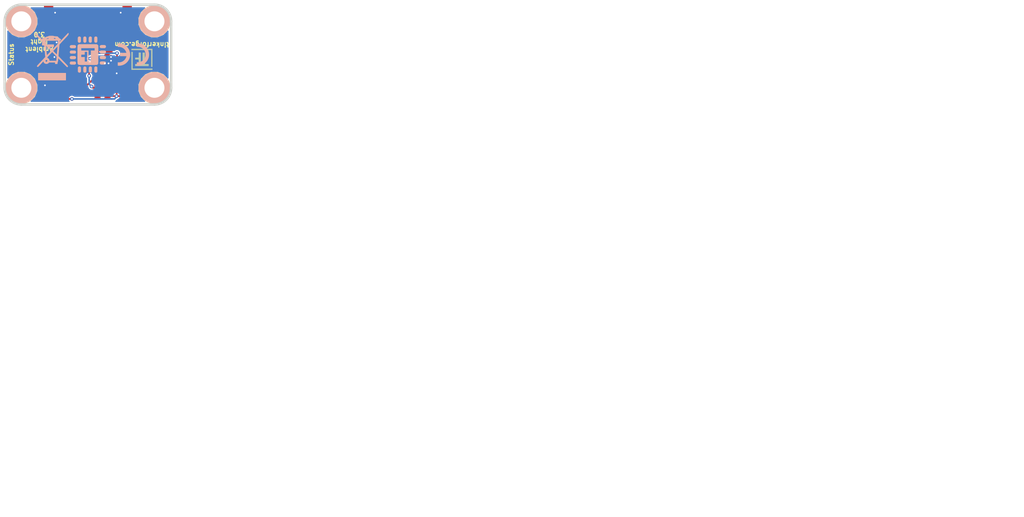
<source format=kicad_pcb>
(kicad_pcb (version 20171130) (host pcbnew 5.0.1-33cea8e~68~ubuntu18.04.1)
  (title_block (title "Ambient Light Bricklet") (date "Do 02 Apr 2015") (rev 2.0) (company Tinkerforge) (comment 1 "Licensed under CERN OHL v.1.1") (comment 2 "Copyright (©) 2015, B.Nordmeyer <bastian@tinkerforge.com>"))
  (layers (0 F.Cu signal) (31 B.Cu signal hide) (34 B.Paste user) (35 F.Paste user) (36 B.SilkS user) (37 F.SilkS user) (38 B.Mask user) (39 F.Mask user) (44 Edge.Cuts user))
  (net 0 "")
  (net 1 GND)
  (net 2 VCC)
  (net 3 SCL)
  (net 4 SDA)
  (net 5 "Net-(P1-Pad6)")
  (net 6 "Net-(P1-Pad1)")
  (net 7 "Net-(C1-Pad1)")
  (net 8 "Net-(D1-Pad2)")
  (net 9 "Net-(P1-Pad4)")
  (net 10 "Net-(P1-Pad5)")
  (net 11 "Net-(P2-Pad1)")
  (net 12 "Net-(P3-Pad2)")
  (net 13 "Net-(R3-Pad1)")
  (net 14 S-MISO)
  (net 15 S-MOSI)
  (net 16 S-CLK)
  (net 17 S-CS)
  (net 18 "Net-(U1-Pad2)")
  (net 19 "Net-(U1-Pad3)")
  (net 20 "Net-(U1-Pad5)")
  (net 21 "Net-(U1-Pad6)")
  (net 22 "Net-(U1-Pad8)")
  (net 23 "Net-(U1-Pad11)")
  (net 24 "Net-(U1-Pad12)")
  (net 25 "Net-(U1-Pad13)")
  (net 26 "Net-(U1-Pad14)")
  (net 27 "Net-(U1-Pad16)")
  (net 28 "Net-(U1-Pad18)")
  (net 29 "Net-(U1-Pad20)")
  (net 30 "Net-(U1-Pad21)")
  (module kicad-libraries:Fiducial_Mark (layer F.Cu) (at 138.9 88)
    (fp_text reference Fiducial_Mark hide)
    (fp_text value VAL** hide)
    (pad 1 smd circle (at 0 0) (size 1.00076 1.00076) (layers F.Cu F.Paste F.Mask) (clearance 0.65024))
  )
  (module kicad-libraries:Fiducial_Mark (layer F.Cu) (at 153.4 95)
    (fp_text reference Fiducial_Mark hide)
    (fp_text value VAL** hide)
    (pad 1 smd circle (at 0 0) (size 1.00076 1.00076) (layers F.Cu F.Paste F.Mask) (clearance 0.65024))
  )
  (module kicad-libraries:CE_5mm (layer B.Cu) (at 149.2 94 180)
    (fp_text reference VAL hide)
    (fp_text value CE_5mm hide)
  )
  (module kicad-libraries:Logo_31x31 (layer F.Cu) (at 152.1 96.3 180)
    (fp_text reference G*** hide)
    (fp_text value Logo_31x31 hide)
  )
  (module kicad-libraries:DRILL_NP (layer F.Cu) (at 152.4 89)
    (fp_text reference U6 hide)
    (fp_text value DRILL hide)
    (pad "" np_thru_hole circle (at 0 0) (size 2.99974 2.99974) (drill 2.99974) (layers *.Cu *.Mask F.SilkS) (clearance 0.89916))
  )
  (module kicad-libraries:DRILL_NP (layer F.Cu) (at 132.4 99)
    (fp_text reference U5 hide)
    (fp_text value DRILL hide)
    (pad "" np_thru_hole circle (at 0 0) (size 2.99974 2.99974) (drill 2.99974) (layers *.Cu *.Mask F.SilkS) (clearance 0.89916))
  )
  (module kicad-libraries:DRILL_NP (layer F.Cu) (at 132.4 89)
    (fp_text reference U4 hide)
    (fp_text value DRILL hide)
    (pad "" np_thru_hole circle (at 0 0) (size 2.99974 2.99974) (drill 2.99974) (layers *.Cu *.Mask F.SilkS) (clearance 0.89916))
  )
  (module kicad-libraries:DRILL_NP (layer F.Cu) (at 152.4 99)
    (fp_text reference U3 hide)
    (fp_text value DRILL hide)
    (pad "" np_thru_hole circle (at 0 0) (size 2.99974 2.99974) (drill 2.99974) (layers *.Cu *.Mask F.SilkS) (clearance 0.89916))
  )
  (module kicad-libraries:LTR-329ALS (layer F.Cu) (at 144.6 98.3 90)
    (fp_text reference U2)
    (fp_text value LTR-329ALS)
    (pad 1 smd rect (at -0.7 0.775 90) (size 0.9 0.95) (layers F.Cu F.Paste F.Mask) (net 2 VCC))
    (pad 2 smd rect (at 0.7 0.775 90) (size 0.9 0.95) (layers F.Cu F.Paste F.Mask) (net 1 GND))
    (pad 3 smd rect (at 0.7 -0.775 90) (size 0.9 0.95) (layers F.Cu F.Paste F.Mask) (net 4 SDA))
    (pad 4 smd rect (at -0.7 -0.775 90) (size 0.9 0.95) (layers F.Cu F.Paste F.Mask) (net 3 SCL))
  )
  (module C0402F (layer F.Cu) (at 138.2 92.8 180)
    (fp_text reference C1)
    (fp_text value 220pF)
    (pad 2 smd rect (at 0.5 0 180) (size 0.6 0.7) (layers F.Cu F.Paste F.Mask) (net 1 GND))
    (pad 1 smd rect (at -0.5 0 180) (size 0.6 0.7) (layers F.Cu F.Paste F.Mask) (net 7 "Net-(C1-Pad1)"))
  )
  (module C0805 (layer F.Cu) (at 144.6 93.1)
    (fp_text reference C3)
    (fp_text value 10uF)
    (pad 1 smd rect (at -1.00076 0) (size 1.00076 1.24968) (layers F.Cu F.Paste F.Mask) (net 2 VCC) (clearance 0.14986))
    (pad 2 smd rect (at 1.00076 0) (size 1.00076 1.24968) (layers F.Cu F.Paste F.Mask) (net 1 GND) (clearance 0.14986))
  )
  (module C0603F (layer F.Cu) (at 144.4 94.6)
    (fp_text reference C4)
    (fp_text value 1uF)
    (pad 1 smd rect (at -0.75 0) (size 0.9 0.9) (layers F.Cu F.Paste F.Mask) (net 2 VCC))
    (pad 2 smd rect (at 0.75 0) (size 0.9 0.9) (layers F.Cu F.Paste F.Mask) (net 1 GND))
  )
  (module C0603F (layer F.Cu) (at 137 99.7 135)
    (fp_text reference C5)
    (fp_text value 100nF)
    (pad 1 smd rect (at -0.75 0 135) (size 0.9 0.9) (layers F.Cu F.Paste F.Mask) (net 2 VCC))
    (pad 2 smd rect (at 0.75 0 135) (size 0.9 0.9) (layers F.Cu F.Paste F.Mask) (net 1 GND))
  )
  (module D0603F (layer F.Cu) (at 132.1 94 90)
    (fp_text reference D1)
    (fp_text value blue)
    (pad 1 smd rect (at -0.75 0 90) (size 0.9 0.9) (layers F.Cu F.Paste F.Mask) (net 2 VCC))
    (pad 2 smd rect (at 0.75 0 90) (size 0.9 0.9) (layers F.Cu F.Paste F.Mask) (net 8 "Net-(D1-Pad2)"))
  )
  (module kicad-libraries:CON-SENSOR2 (layer F.Cu) (at 142.4 86.5 180)
    (fp_text reference P1)
    (fp_text value CON-SENSOR2)
    (pad 1 smd rect (at -3.75 -4.6 180) (size 0.6 1.8) (layers F.Cu F.Paste F.Mask) (net 6 "Net-(P1-Pad1)"))
    (pad 2 smd rect (at -2.5 -4.6 180) (size 0.6 1.8) (layers F.Cu F.Paste F.Mask) (net 1 GND))
    (pad EP smd rect (at -5.9 -1.2 180) (size 1.4 2.4) (layers F.Cu F.Paste F.Mask) (net 1 GND))
    (pad EP smd rect (at 5.9 -1.2 180) (size 1.4 2.4) (layers F.Cu F.Paste F.Mask) (net 1 GND))
    (pad 3 smd rect (at -1.25 -4.6 180) (size 0.6 1.8) (layers F.Cu F.Paste F.Mask) (net 2 VCC))
    (pad 4 smd rect (at 0 -4.6 180) (size 0.6 1.8) (layers F.Cu F.Paste F.Mask) (net 9 "Net-(P1-Pad4)"))
    (pad 5 smd rect (at 1.25 -4.6 180) (size 0.6 1.8) (layers F.Cu F.Paste F.Mask) (net 10 "Net-(P1-Pad5)"))
    (pad 6 smd rect (at 2.5 -4.6 180) (size 0.6 1.8) (layers F.Cu F.Paste F.Mask) (net 5 "Net-(P1-Pad6)"))
    (pad 7 smd rect (at 3.75 -4.6 180) (size 0.6 1.8) (layers F.Cu F.Paste F.Mask) (net 7 "Net-(C1-Pad1)"))
  )
  (module kicad-libraries:DEBUG_PAD (layer F.Cu) (at 141.775 99.9)
    (fp_text reference P2)
    (fp_text value DEBUG)
    (pad 1 smd circle (at 0 0) (size 0.7 0.7) (layers F.Cu F.Paste F.Mask) (net 11 "Net-(P2-Pad1)"))
  )
  (module kicad-libraries:SolderJumper (layer F.Cu) (at 136.4 94.6 270)
    (fp_text reference P3)
    (fp_text value BOOT)
    (pad 2 smd rect (at 0.55 0 270) (size 0.3 1.4) (layers F.Cu F.Mask) (net 12 "Net-(P3-Pad2)"))
    (pad 2 smd rect (at 0.15 0 270) (size 0.6 0.5) (layers F.Cu F.Mask) (net 12 "Net-(P3-Pad2)"))
    (pad 1 smd rect (at -0.5 0 270) (size 0.4 1.4) (layers F.Cu F.Mask) (net 1 GND))
    (pad 1 smd rect (at -0.225 0.55 270) (size 0.95 0.3) (layers F.Cu F.Mask) (net 1 GND))
    (pad 1 smd rect (at -0.225 -0.55 270) (size 0.95 0.3) (layers F.Cu F.Mask) (net 1 GND))
  )
  (module kicad-libraries:R0603F (layer F.Cu) (at 134.6 95.6 135)
    (fp_text reference R3)
    (fp_text value 1k)
    (pad 1 smd rect (at -0.75 0 135) (size 0.9 0.9) (layers F.Cu F.Paste F.Mask) (net 13 "Net-(R3-Pad1)"))
    (pad 2 smd rect (at 0.75 0 135) (size 0.9 0.9) (layers F.Cu F.Paste F.Mask) (net 8 "Net-(D1-Pad2)"))
  )
  (module 4X0402 (layer F.Cu) (at 140.5 93.3 180)
    (fp_text reference RP1)
    (fp_text value 82)
    (pad 1 smd rect (at -0.7493 0.575) (size 0.29972 0.65) (layers F.Cu F.Paste F.Mask) (net 9 "Net-(P1-Pad4)"))
    (pad 2 smd rect (at -0.24892 0.575) (size 0.29972 0.65) (layers F.Cu F.Paste F.Mask) (net 10 "Net-(P1-Pad5)"))
    (pad 3 smd rect (at 0.24892 0.575) (size 0.29972 0.65) (layers F.Cu F.Paste F.Mask) (net 5 "Net-(P1-Pad6)"))
    (pad 4 smd rect (at 0.7493 0.575) (size 0.29972 0.65) (layers F.Cu F.Paste F.Mask) (net 7 "Net-(C1-Pad1)"))
    (pad 5 smd rect (at 0.7493 -0.575 180) (size 0.29972 0.65) (layers F.Cu F.Paste F.Mask) (net 14 S-MISO))
    (pad 6 smd rect (at 0.24892 -0.575 180) (size 0.29972 0.65) (layers F.Cu F.Paste F.Mask) (net 15 S-MOSI))
    (pad 7 smd rect (at -0.24892 -0.575 180) (size 0.29972 0.65) (layers F.Cu F.Paste F.Mask) (net 16 S-CLK))
    (pad 8 smd rect (at -0.7493 -0.575 180) (size 0.29972 0.65) (layers F.Cu F.Paste F.Mask) (net 17 S-CS))
  )
  (module kicad-libraries:QFN24-4x4mm-0.5mm (layer F.Cu) (at 139.4 97.2 315)
    (fp_text reference U1)
    (fp_text value XMC1100)
    (pad 1 smd oval (at -2.025 -1.25 315) (size 1 0.3) (layers F.Cu F.Paste F.Mask) (net 14 S-MISO))
    (pad 2 smd oval (at -2.025 -0.75 315) (size 1 0.3) (layers F.Cu F.Paste F.Mask) (net 18 "Net-(U1-Pad2)"))
    (pad 3 smd oval (at -2.025 -0.25 315) (size 1 0.3) (layers F.Cu F.Paste F.Mask) (net 19 "Net-(U1-Pad3)"))
    (pad 4 smd oval (at -2.025 0.25 315) (size 1 0.3) (layers F.Cu F.Paste F.Mask) (net 12 "Net-(P3-Pad2)"))
    (pad 5 smd oval (at -2.025 0.75 315) (size 1 0.3) (layers F.Cu F.Paste F.Mask) (net 20 "Net-(U1-Pad5)"))
    (pad 6 smd oval (at -2.025 1.25 315) (size 1 0.3) (layers F.Cu F.Paste F.Mask) (net 21 "Net-(U1-Pad6)"))
    (pad 7 smd oval (at -1.25 2.025 45) (size 1 0.3) (layers F.Cu F.Paste F.Mask) (net 13 "Net-(R3-Pad1)"))
    (pad 8 smd oval (at -0.75 2.025 45) (size 1 0.3) (layers F.Cu F.Paste F.Mask) (net 22 "Net-(U1-Pad8)"))
    (pad 9 smd oval (at -0.25 2.025 45) (size 1 0.3) (layers F.Cu F.Paste F.Mask) (net 1 GND))
    (pad 10 smd oval (at 0.25 2.025 45) (size 1 0.3) (layers F.Cu F.Paste F.Mask) (net 2 VCC))
    (pad 11 smd oval (at 0.75 2.025 45) (size 1 0.3) (layers F.Cu F.Paste F.Mask) (net 23 "Net-(U1-Pad11)"))
    (pad 12 smd oval (at 1.25 2.025 45) (size 1 0.3) (layers F.Cu F.Paste F.Mask) (net 24 "Net-(U1-Pad12)"))
    (pad 13 smd oval (at 2.025 1.25 315) (size 1 0.3) (layers F.Cu F.Paste F.Mask) (net 25 "Net-(U1-Pad13)"))
    (pad 14 smd oval (at 2.025 0.75 315) (size 1 0.3) (layers F.Cu F.Paste F.Mask) (net 26 "Net-(U1-Pad14)"))
    (pad 15 smd oval (at 2.025 0.25 315) (size 1 0.3) (layers F.Cu F.Paste F.Mask) (net 11 "Net-(P2-Pad1)"))
    (pad 16 smd oval (at 2.025 -0.25 315) (size 1 0.3) (layers F.Cu F.Paste F.Mask) (net 27 "Net-(U1-Pad16)"))
    (pad 17 smd oval (at 2.025 -0.75 315) (size 1 0.3) (layers F.Cu F.Paste F.Mask) (net 4 SDA))
    (pad 18 smd oval (at 2.025 -1.25 315) (size 1 0.3) (layers F.Cu F.Paste F.Mask) (net 28 "Net-(U1-Pad18)"))
    (pad 19 smd oval (at 1.25 -2.025 45) (size 1 0.3) (layers F.Cu F.Paste F.Mask) (net 3 SCL))
    (pad 20 smd oval (at 0.75 -2.025 45) (size 1 0.3) (layers F.Cu F.Paste F.Mask) (net 29 "Net-(U1-Pad20)"))
    (pad 21 smd oval (at 0.25 -2.025 45) (size 1 0.3) (layers F.Cu F.Paste F.Mask) (net 30 "Net-(U1-Pad21)"))
    (pad 22 smd oval (at -0.25 -2.025 45) (size 1 0.3) (layers F.Cu F.Paste F.Mask) (net 17 S-CS))
    (pad 23 smd oval (at -0.75 -2.025 45) (size 1 0.3) (layers F.Cu F.Paste F.Mask) (net 16 S-CLK))
    (pad 24 smd oval (at -1.25 -2.025 45) (size 1 0.3) (layers F.Cu F.Paste F.Mask) (net 15 S-MOSI))
    (pad EXP smd rect (at 0.65 0.65 315) (size 1.3 1.3) (layers F.Cu F.Paste F.Mask) (net 1 GND))
    (pad EXP smd rect (at 0.65 -0.65 315) (size 1.3 1.3) (layers F.Cu F.Paste F.Mask) (net 1 GND))
    (pad EXP smd rect (at -0.65 0.65 315) (size 1.3 1.3) (layers F.Cu F.Paste F.Mask) (net 1 GND))
    (pad EXP smd rect (at -0.65 -0.65 315) (size 1.3 1.3) (layers F.Cu F.Paste F.Mask) (net 1 GND))
  )
  (module kicad-libraries:C0603F (layer F.Cu) (at 146.725 98.3 270)
    (fp_text reference C2)
    (fp_text value 100nF)
    (pad 1 smd rect (at -0.75 0 270) (size 0.9 0.9) (layers F.Cu F.Paste F.Mask) (net 1 GND))
    (pad 2 smd rect (at 0.75 0 270) (size 0.9 0.9) (layers F.Cu F.Paste F.Mask) (net 2 VCC))
  )
  (module kicad-libraries:R0603F (layer F.Cu) (at 144.6 96.3 180)
    (fp_text reference R1)
    (fp_text value 2k2)
    (pad 1 smd rect (at -0.75 0 180) (size 0.9 0.9) (layers F.Cu F.Paste F.Mask) (net 2 VCC))
    (pad 2 smd rect (at 0.75 0 180) (size 0.9 0.9) (layers F.Cu F.Paste F.Mask) (net 4 SDA))
  )
  (module kicad-libraries:R0603F (layer F.Cu) (at 144.6 100.3 180)
    (fp_text reference R2)
    (fp_text value 2k2)
    (pad 1 smd rect (at -0.75 0 180) (size 0.9 0.9) (layers F.Cu F.Paste F.Mask) (net 2 VCC))
    (pad 2 smd rect (at 0.75 0 180) (size 0.9 0.9) (layers F.Cu F.Paste F.Mask) (net 3 SCL))
  )
  (module kicad-libraries:WEEE_7mm (layer B.Cu) (at 137 94.3 180)
    (fp_text reference VAL hide)
    (fp_text value WEEE_7mm hide)
  )
  (module kicad-libraries:Logo_CoMCU (layer B.Cu) (at 142.4 94 180)
    (fp_text reference G*** hide)
    (fp_text value LOGO hide)
  )
  (gr_text Status (at 130.9 94 90) (layer F.SilkS) (effects (font (size 0.7 0.7))))
  (gr_text "Ambient\nLight\n3.0" (at 135.1 92.1 180) (layer F.SilkS) (effects (font (size 0.7 0.7))))
  (gr_text tinkerforge.com (at 150.5 92.5 180) (layer F.SilkS) (effects (font (size 0.7 0.7))))
  (gr_line (start 132.4 101.5) (end 152.4 101.5) (angle 90) (layer Edge.Cuts) (width 0.381))
  (gr_line (start 129.9 89) (end 129.9 99) (angle 90) (layer Edge.Cuts) (width 0.381))
  (gr_line (start 152.4 86.5) (end 132.4 86.5) (angle 90) (layer Edge.Cuts) (width 0.381))
  (gr_line (start 154.9 99) (end 154.9 89) (angle 90) (layer Edge.Cuts) (width 0.381))
  (gr_arc (start 152.4 99) (end 154.9 99) (angle 90) (layer Edge.Cuts) (width 0.381))
  (gr_arc (start 132.4 99) (end 132.4 101.5) (angle 90) (layer Edge.Cuts) (width 0.381))
  (gr_arc (start 132.4 89) (end 129.9 89) (angle 90) (layer Edge.Cuts) (width 0.381))
  (gr_arc (start 152.4 89) (end 152.4 86.5) (angle 90) (layer Edge.Cuts) (width 0.381))
  (segment (start 136.95 94.375) (end 137.375 94.375) (width 0.25) (layer F.Cu) (net 1))
  (via (at 137.375 94.375) (size 0.55) (drill 0.25) (layers F.Cu B.Cu) (net 1))
  (segment (start 136.4 94.1) (end 136.8 94.1) (width 0.25) (layer F.Cu) (net 1))
  (segment (start 136.8 94.1) (end 136.95 94.25) (width 0.25) (layer F.Cu) (net 1))
  (segment (start 136.95 94.25) (end 136.95 94.575) (width 0.25) (layer F.Cu) (net 1))
  (segment (start 136.95 94.575) (end 136.95 94.375) (width 0.25) (layer F.Cu) (net 1))
  (segment (start 135.85 94.375) (end 135.85 94.2) (width 0.25) (layer F.Cu) (net 1))
  (segment (start 135.85 94.2) (end 135.95 94.1) (width 0.25) (layer F.Cu) (net 1))
  (segment (start 135.95 94.1) (end 136.375 94.1) (width 0.25) (layer F.Cu) (net 1))
  (segment (start 136.375 94.1) (end 136.4 94.1) (width 0.25) (layer F.Cu) (net 1))
  (via (at 144.95 95.325) (size 0.55) (drill 0.25) (layers F.Cu B.Cu) (net 1))
  (segment (start 144.95 94.8) (end 144.95 95.325) (width 0.55) (layer F.Cu) (net 1))
  (segment (start 145.15 95.125) (end 145.15 94.6) (width 0.55) (layer F.Cu) (net 1))
  (segment (start 144.95 95.325) (end 145.5 95.325) (width 0.55) (layer F.Cu) (net 1))
  (via (at 145.5 95.325) (size 0.55) (drill 0.25) (layers F.Cu B.Cu) (net 1))
  (segment (start 145.15 95.125) (end 144.95 95.325) (width 0.55) (layer F.Cu) (net 1))
  (segment (start 145.15 94.6) (end 145.15 94.975) (width 0.55) (layer F.Cu) (net 1))
  (via (at 145.875 94.925) (size 0.55) (drill 0.25) (layers F.Cu B.Cu) (net 1))
  (segment (start 145.5 95.325) (end 145.15 94.975) (width 0.55) (layer F.Cu) (net 1))
  (segment (start 145.5 95.3) (end 145.875 94.925) (width 0.55) (layer F.Cu) (net 1))
  (segment (start 145.5 95.325) (end 145.5 95.3) (width 0.55) (layer F.Cu) (net 1))
  (via (at 145.875 94.375) (size 0.55) (drill 0.25) (layers F.Cu B.Cu) (net 1))
  (segment (start 145.875 94.925) (end 145.55 94.6) (width 0.55) (layer F.Cu) (net 1))
  (segment (start 145.875 94.925) (end 145.875 94.375) (width 0.55) (layer F.Cu) (net 1))
  (segment (start 146.725 97.55) (end 146.725 96.825) (width 0.55) (layer F.Cu) (net 1))
  (via (at 146.725 96.825) (size 0.55) (drill 0.25) (layers F.Cu B.Cu) (net 1))
  (segment (start 136.46967 99.16967) (end 136.46967 99.14467) (width 0.55) (layer F.Cu) (net 1))
  (segment (start 136.46967 99.14467) (end 135.95 98.625) (width 0.55) (layer F.Cu) (net 1))
  (via (at 135.95 98.625) (size 0.55) (drill 0.25) (layers F.Cu B.Cu) (net 1))
  (segment (start 137.7 92.8) (end 137.7 92.175) (width 0.55) (layer F.Cu) (net 1))
  (via (at 137.7 92.175) (size 0.55) (drill 0.25) (layers F.Cu B.Cu) (net 1))
  (segment (start 145.875 94.375) (end 145.375 94.375) (width 0.55) (layer F.Cu) (net 1))
  (segment (start 145.375 94.375) (end 145.15 94.6) (width 0.55) (layer F.Cu) (net 1))
  (segment (start 145.65 94.6) (end 145.875 94.375) (width 0.55) (layer F.Cu) (net 1))
  (segment (start 145.65 94.6) (end 145.15 94.6) (width 0.55) (layer F.Cu) (net 1))
  (segment (start 145.15 94.6) (end 145.55 94.6) (width 0.55) (layer F.Cu) (net 1))
  (segment (start 145.15 94.6) (end 145.15 94.15) (width 0.55) (layer F.Cu) (net 1))
  (segment (start 145.15 94.15) (end 145.60076 93.69924) (width 0.55) (layer F.Cu) (net 1))
  (segment (start 145.60076 93.69924) (end 145.60076 93.1) (width 0.55) (layer F.Cu) (net 1))
  (segment (start 144.9 91.1) (end 144.9 92.1) (width 0.55) (layer F.Cu) (net 1))
  (segment (start 144.9 92.1) (end 145.60076 92.80076) (width 0.55) (layer F.Cu) (net 1))
  (segment (start 145.60076 92.80076) (end 145.60076 93.1) (width 0.55) (layer F.Cu) (net 1))
  (segment (start 148.3 87.7) (end 147.325 87.7) (width 0.55) (layer F.Cu) (net 1))
  (via (at 147.325 87.7) (size 0.55) (drill 0.25) (layers F.Cu B.Cu) (net 1))
  (segment (start 136.5 87.7) (end 137.475 87.7) (width 0.55) (layer F.Cu) (net 1))
  (via (at 137.475 87.7) (size 0.55) (drill 0.25) (layers F.Cu B.Cu) (net 1))
  (segment (start 145.375 97.6) (end 146.675 97.6) (width 0.25) (layer F.Cu) (net 1))
  (segment (start 146.675 97.6) (end 146.725 97.55) (width 0.25) (layer F.Cu) (net 1))
  (segment (start 137.791332 98.455115) (end 137.794885 98.455115) (width 0.25) (layer F.Cu) (net 1))
  (segment (start 137.794885 98.455115) (end 138.480761 97.769239) (width 0.25) (layer F.Cu) (net 1))
  (segment (start 138.480761 97.769239) (end 138.480761 97.2) (width 0.25) (layer F.Cu) (net 1))
  (segment (start 138.480761 97.2) (end 139.4 96.280761) (width 0.25) (layer F.Cu) (net 1))
  (segment (start 139.4 96.280761) (end 140.319239 97.2) (width 0.25) (layer F.Cu) (net 1))
  (segment (start 140.319239 97.2) (end 139.4 98.119239) (width 0.25) (layer F.Cu) (net 1))
  (segment (start 139.4 98.119239) (end 138.480761 97.2) (width 0.25) (layer F.Cu) (net 1))
  (segment (start 137.791332 98.455115) (end 137.791332 98.458668) (width 0.25) (layer F.Cu) (net 1))
  (segment (start 137.791332 98.458668) (end 137.325 98.925) (width 0.25) (layer F.Cu) (net 1))
  (segment (start 137.325 98.925) (end 136.71434 98.925) (width 0.25) (layer F.Cu) (net 1))
  (segment (start 136.71434 98.925) (end 136.46967 99.16967) (width 0.25) (layer F.Cu) (net 1))
  (segment (start 147.8 96.675) (end 147.8 96.675) (width 0.25) (layer F.Cu) (net 2))
  (segment (start 146.775 95.65) (end 146.775 94.725) (width 0.25) (layer F.Cu) (net 2))
  (segment (start 147.8 96.675) (end 146.775 95.65) (width 0.25) (layer F.Cu) (net 2))
  (segment (start 143.65 94.6) (end 142.725 94.6) (width 0.25) (layer F.Cu) (net 2))
  (segment (start 146.775 93.8) (end 146.775 94.725) (width 0.25) (layer F.Cu) (net 2))
  (via (at 146.775 93.8) (size 0.55) (drill 0.25) (layers F.Cu B.Cu) (net 2))
  (segment (start 143.525 93.8) (end 146.775 93.8) (width 0.25) (layer B.Cu) (net 2))
  (segment (start 142.725 94.6) (end 143.525 93.8) (width 0.25) (layer B.Cu) (net 2))
  (via (at 142.725 94.6) (size 0.55) (drill 0.25) (layers F.Cu B.Cu) (net 2))
  (segment (start 146.05 96.3) (end 145.35 96.3) (width 0.25) (layer F.Cu) (net 2))
  (segment (start 147.225 96.175) (end 146.175 96.175) (width 0.25) (layer F.Cu) (net 2))
  (segment (start 146.175 96.175) (end 146.05 96.3) (width 0.25) (layer F.Cu) (net 2))
  (segment (start 147.3 96.175) (end 147.225 96.175) (width 0.25) (layer F.Cu) (net 2))
  (segment (start 146.7 100.25) (end 147.425 100.25) (width 0.25) (layer F.Cu) (net 2))
  (segment (start 147.425 100.25) (end 147.8 99.875) (width 0.25) (layer F.Cu) (net 2))
  (segment (start 147.8 99.875) (end 147.8 96.675) (width 0.25) (layer F.Cu) (net 2))
  (segment (start 147.8 96.675) (end 147.3 96.175) (width 0.25) (layer F.Cu) (net 2))
  (segment (start 146.7 100.25) (end 145.4 100.25) (width 0.25) (layer F.Cu) (net 2))
  (segment (start 145.4 100.25) (end 145.35 100.3) (width 0.25) (layer F.Cu) (net 2))
  (segment (start 137.53033 100.23033) (end 137.55533 100.23033) (width 0.25) (layer F.Cu) (net 2))
  (segment (start 137.55533 100.23033) (end 138 100.675) (width 0.25) (layer F.Cu) (net 2))
  (segment (start 146.725 100.225) (end 146.725 99.05) (width 0.25) (layer F.Cu) (net 2))
  (segment (start 146.7 100.25) (end 146.725 100.225) (width 0.25) (layer F.Cu) (net 2))
  (via (at 146.7 100.25) (size 0.55) (drill 0.25) (layers F.Cu B.Cu) (net 2))
  (segment (start 146.7 100.375) (end 146.7 100.25) (width 0.25) (layer B.Cu) (net 2))
  (segment (start 146.4 100.675) (end 146.7 100.375) (width 0.25) (layer B.Cu) (net 2))
  (segment (start 145.975 100.675) (end 146.4 100.675) (width 0.25) (layer B.Cu) (net 2))
  (segment (start 140 100.675) (end 145.975 100.675) (width 0.25) (layer B.Cu) (net 2))
  (via (at 140 100.675) (size 0.55) (drill 0.25) (layers F.Cu B.Cu) (net 2))
  (segment (start 138 100.675) (end 140 100.675) (width 0.25) (layer F.Cu) (net 2))
  (segment (start 143.65 94.6) (end 143.65 93.15076) (width 0.55) (layer F.Cu) (net 2))
  (segment (start 143.65 93.15076) (end 143.59924 93.1) (width 0.55) (layer F.Cu) (net 2))
  (segment (start 143.65 91.1) (end 143.65 93.04924) (width 0.55) (layer F.Cu) (net 2))
  (segment (start 143.65 93.04924) (end 143.59924 93.1) (width 0.55) (layer F.Cu) (net 2))
  (segment (start 132.1 94.75) (end 132.35 94.75) (width 0.25) (layer F.Cu) (net 2))
  (segment (start 132.35 94.75) (end 135.225 97.625) (width 0.25) (layer F.Cu) (net 2))
  (segment (start 135.225 97.625) (end 135.225 99.75) (width 0.25) (layer F.Cu) (net 2))
  (segment (start 135.225 99.75) (end 136.1 100.625) (width 0.25) (layer F.Cu) (net 2))
  (segment (start 136.1 100.625) (end 137.13566 100.625) (width 0.25) (layer F.Cu) (net 2))
  (segment (start 137.13566 100.625) (end 137.53033 100.23033) (width 0.25) (layer F.Cu) (net 2))
  (segment (start 145.375 99) (end 146.675 99) (width 0.25) (layer F.Cu) (net 2))
  (segment (start 146.675 99) (end 146.725 99.05) (width 0.25) (layer F.Cu) (net 2))
  (segment (start 145.35 100.3) (end 145.35 99.025) (width 0.25) (layer F.Cu) (net 2))
  (segment (start 145.35 99.025) (end 145.375 99) (width 0.25) (layer F.Cu) (net 2))
  (segment (start 138.144885 98.808668) (end 138.141332 98.808668) (width 0.25) (layer F.Cu) (net 2))
  (segment (start 138.141332 98.808668) (end 137.725 99.225) (width 0.25) (layer F.Cu) (net 2))
  (segment (start 137.725 99.225) (end 137.725 100.03566) (width 0.25) (layer F.Cu) (net 2))
  (segment (start 137.725 100.03566) (end 137.53033 100.23033) (width 0.25) (layer F.Cu) (net 2))
  (segment (start 143.825 99) (end 143.15 99) (width 0.25) (layer F.Cu) (net 3))
  (segment (start 142.35 96.3) (end 142.067767 96.3) (width 0.25) (layer F.Cu) (net 3))
  (segment (start 142.575 96.525) (end 142.35 96.3) (width 0.25) (layer F.Cu) (net 3))
  (segment (start 142.575 97.175) (end 142.575 96.525) (width 0.25) (layer F.Cu) (net 3))
  (segment (start 142.6 97.2) (end 142.575 97.175) (width 0.25) (layer F.Cu) (net 3))
  (via (at 142.6 97.2) (size 0.55) (drill 0.25) (layers F.Cu B.Cu) (net 3))
  (segment (start 142.6 98.45) (end 142.6 97.2) (width 0.25) (layer B.Cu) (net 3))
  (segment (start 142.95 98.8) (end 142.6 98.45) (width 0.25) (layer B.Cu) (net 3))
  (via (at 142.95 98.8) (size 0.55) (drill 0.25) (layers F.Cu B.Cu) (net 3))
  (segment (start 143.15 99) (end 142.95 98.8) (width 0.25) (layer F.Cu) (net 3))
  (segment (start 142.067767 96.3) (end 141.715775 96.651992) (width 0.25) (layer F.Cu) (net 3))
  (segment (start 143.85 100.3) (end 143.85 99.025) (width 0.25) (layer F.Cu) (net 3))
  (segment (start 143.85 99.025) (end 143.825 99) (width 0.25) (layer F.Cu) (net 3))
  (segment (start 143.825 97.6) (end 143.275 97.6) (width 0.25) (layer F.Cu) (net 4))
  (segment (start 141.78566 98.525) (end 141.362221 98.101561) (width 0.25) (layer F.Cu) (net 4))
  (segment (start 142.35 98.525) (end 141.78566 98.525) (width 0.25) (layer F.Cu) (net 4))
  (segment (start 143.275 97.6) (end 142.35 98.525) (width 0.25) (layer F.Cu) (net 4))
  (segment (start 143.825 97.6) (end 143.825 96.325) (width 0.25) (layer F.Cu) (net 4))
  (segment (start 143.825 96.325) (end 143.85 96.3) (width 0.25) (layer F.Cu) (net 4))
  (segment (start 139.9 91.1) (end 139.9 91.9) (width 0.2) (layer F.Cu) (net 5))
  (segment (start 139.9 91.9) (end 140.25108 92.25108) (width 0.2) (layer F.Cu) (net 5))
  (segment (start 140.25108 92.25108) (end 140.25108 92.725) (width 0.2) (layer F.Cu) (net 5))
  (segment (start 138.65 91.1) (end 138.65 92.75) (width 0.2) (layer F.Cu) (net 7))
  (segment (start 138.65 92.75) (end 138.675 92.725) (width 0.2) (layer F.Cu) (net 7))
  (segment (start 138.675 92.725) (end 139.7507 92.725) (width 0.2) (layer F.Cu) (net 7))
  (segment (start 134.06967 95.06967) (end 134.06967 94.86967) (width 0.3) (layer F.Cu) (net 8))
  (segment (start 134.06967 94.86967) (end 132.45 93.25) (width 0.25) (layer F.Cu) (net 8))
  (segment (start 132.45 93.25) (end 132.1 93.25) (width 0.3) (layer F.Cu) (net 8))
  (segment (start 141.2493 92.725) (end 141.875 92.725) (width 0.2) (layer F.Cu) (net 9))
  (segment (start 142.4 92.2) (end 142.4 91.1) (width 0.2) (layer F.Cu) (net 9))
  (segment (start 141.875 92.725) (end 142.4 92.2) (width 0.2) (layer F.Cu) (net 9))
  (segment (start 140.74892 92.725) (end 140.74892 92.25108) (width 0.2) (layer F.Cu) (net 10))
  (segment (start 140.74892 92.25108) (end 141.15 91.85) (width 0.2) (layer F.Cu) (net 10))
  (segment (start 141.15 91.85) (end 141.15 91.1) (width 0.2) (layer F.Cu) (net 10))
  (segment (start 140.655115 98.808668) (end 140.683668 98.808668) (width 0.25) (layer F.Cu) (net 11))
  (segment (start 140.683668 98.808668) (end 141.775 99.9) (width 0.25) (layer F.Cu) (net 11))
  (segment (start 136.4 94.75) (end 136.4 95.15) (width 0.25) (layer F.Cu) (net 12))
  (segment (start 137.791332 95.944885) (end 137.791332 95.941332) (width 0.25) (layer F.Cu) (net 12))
  (segment (start 137.791332 95.941332) (end 137.375 95.525) (width 0.25) (layer F.Cu) (net 12))
  (segment (start 137.375 95.525) (end 136.575 95.525) (width 0.25) (layer F.Cu) (net 12))
  (segment (start 136.575 95.525) (end 136.4 95.35) (width 0.25) (layer F.Cu) (net 12))
  (segment (start 136.4 95.35) (end 136.4 95.15) (width 0.25) (layer F.Cu) (net 12))
  (segment (start 137.084225 97.748008) (end 137.048008 97.748008) (width 0.25) (layer F.Cu) (net 13))
  (segment (start 137.048008 97.748008) (end 135.43033 96.13033) (width 0.25) (layer F.Cu) (net 13))
  (segment (start 135.43033 96.13033) (end 135.13033 96.13033) (width 0.25) (layer F.Cu) (net 13))
  (segment (start 139.7507 93.875) (end 138.625 93.875) (width 0.2) (layer F.Cu) (net 14))
  (segment (start 138.4 94.432233) (end 138.851992 94.884225) (width 0.2) (layer F.Cu) (net 14))
  (segment (start 138.4 94.1) (end 138.4 94.432233) (width 0.2) (layer F.Cu) (net 14))
  (segment (start 138.625 93.875) (end 138.4 94.1) (width 0.2) (layer F.Cu) (net 14))
  (segment (start 140.25108 93.875) (end 140.25108 94.581153) (width 0.2) (layer F.Cu) (net 15))
  (segment (start 140.25108 94.581153) (end 139.948008 94.884225) (width 0.2) (layer F.Cu) (net 15))
  (segment (start 140.74892 93.875) (end 140.74892 94.79042) (width 0.2) (layer F.Cu) (net 16))
  (segment (start 140.74892 94.79042) (end 140.301561 95.237779) (width 0.2) (layer F.Cu) (net 16))
  (segment (start 141.2493 93.875) (end 141.2493 94.997147) (width 0.2) (layer F.Cu) (net 17))
  (segment (start 141.2493 94.997147) (end 140.655115 95.591332) (width 0.2) (layer F.Cu) (net 17))
  (zone (net 1) (net_name GND) (layer B.Cu) (connect_pads (clearance 0.2)) (min_thickness 0.15) (fill yes (arc_segments 16) (thermal_gap 0) (thermal_bridge_width 0.2))
    (polygon (pts (xy 129.9 86.5) (xy 154.9 86.5) (xy 154.9 101.5) (xy 129.9 101.5)))
  )
)
</source>
